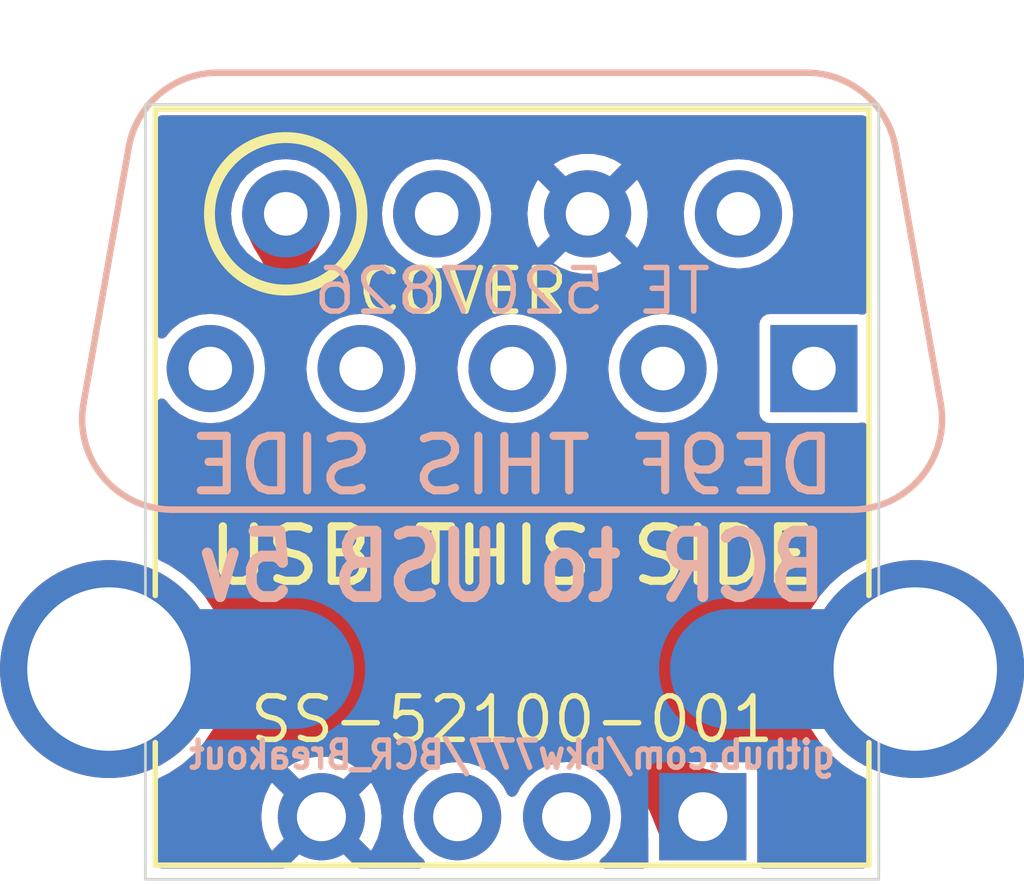
<source format=kicad_pcb>
(kicad_pcb (version 20240108) (generator "pcbnew") (generator_version "8.0")
  (title_block (title "BCR_USB_PWR_down") (date "2025-03-23") (rev "002") (company "Brian K. White") (comment 1 "github.com/bkw777/BCR_Breakout"))
  (layers (0 "F.Cu" signal) (31 "B.Cu" signal) (34 "B.Paste" user) (35 "F.Paste" user) (36 "B.SilkS" user "B.Silkscreen") (37 "F.SilkS" user "F.Silkscreen") (38 "B.Mask" user) (39 "F.Mask" user) (44 "Edge.Cuts" user))
  (net 0 "")
  (net 1 "/+5V")
  (net 2 "/GND")
  (net 3 "Net-(CN2-PadSH)")
  (footprint "0_LOCAL:USB_A_Female_UE27AC54100_cut" (layer "F.Cu") (at 127 103.583 180)
    (property "Reference" "CN2" (hide yes))
    (property "Value" "UE27AC54100")
    (fp_line (start 6.55 10.28) (end -6.55 10.28) (stroke (width 0.1)) (layer "F.SilkS"))
    (fp_line (start 6.55 1.35) (end 6.55 10.28) (stroke (width 0.1)) (layer "F.SilkS"))
    (fp_line (start 6.55 -3.6) (end 6.55 -1.35) (stroke (width 0.1)) (layer "F.SilkS"))
    (fp_line (start -6.55 1.35) (end -6.55 10.28) (stroke (width 0.1)) (layer "F.SilkS"))
    (fp_line (start -6.55 -3.6) (end 6.55 -3.6) (stroke (width 0.1)) (layer "F.SilkS"))
    (fp_line (start -6.55 -3.6) (end -6.55 -1.35) (stroke (width 0.1)) (layer "F.SilkS"))
    (pad "1" thru_hole rect (at -3.5 -2.71 180) (size 1.6 1.6) (drill 0.9) (layers "*.Cu" "*.Mask") (net 1 "/+5V"))
    (pad "2" thru_hole circle (at -1 -2.71 180) (size 1.6 1.6) (drill 0.9) (layers "*.Cu" "*.Mask"))
    (pad "3" thru_hole circle (at 1 -2.71 180) (size 1.6 1.6) (drill 0.9) (layers "*.Cu" "*.Mask"))
    (pad "4" thru_hole circle (at 3.5 -2.71 180) (size 1.6 1.6) (drill 0.9) (layers "*.Cu" "*.Mask") (net 2 "/GND"))
    (pad "SH" thru_hole circle (at -7.4 0 180) (size 4 4) (drill 3) (layers "*.Cu" "*.Mask") (net 3 "Net-(CN2-PadSH)"))
    (pad "SH" smd oval (at -6.8 0 180) (size 4.8 2.2) (drill (offset 1.5 0)) (layers "B.Cu" "B.Paste" "B.Mask") (net 3 "Net-(CN2-PadSH)"))
    (pad "SH" smd oval (at 6.8 0 180) (size 4.8 2.2) (drill (offset -1.5 0)) (layers "B.Cu" "B.Paste" "B.Mask") (net 3 "Net-(CN2-PadSH)"))
    (pad "SH" thru_hole circle (at 7.4 0 180) (size 4 4) (drill 3) (layers "*.Cu" "*.Mask") (net 3 "Net-(CN2-PadSH)"))
  )
  (footprint "0_LOCAL:TE-5207826_cut" (layer "B.Cu") (at 127 96.647)
    (property "Reference" "CN1" (hide yes))
    (property "Value" "DB9_Female")
    (fp_line (start -7.037733 -2.638256) (end -7.86647 2.061744) (stroke (width 0.12)) (layer "B.SilkS"))
    (fp_line (start 5.402952 -4.01) (end -5.402952 -4.01) (stroke (width 0.12)) (layer "B.SilkS"))
    (fp_line (start 6.231689 4.01) (end -6.231689 4.01) (stroke (width 0.12)) (layer "B.SilkS"))
    (fp_line (start 7.037733 -2.638256) (end 7.86647 2.061744) (stroke (width 0.12)) (layer "B.SilkS"))
    (fp_arc (start -7.037733 -2.638256) (mid -6.469979 -3.621633) (end -5.402952 -4.01) (stroke (width 0.12)) (layer "B.SilkS"))
    (fp_arc (start -6.231689 4.01) (mid -7.503323 3.417028) (end -7.86647 2.061744) (stroke (width 0.12)) (layer "B.SilkS"))
    (fp_arc (start 5.402952 -4.01) (mid 6.469979 -3.621633) (end 7.037733 -2.638256) (stroke (width 0.12)) (layer "B.SilkS"))
    (fp_arc (start 7.86647 2.061744) (mid 7.503323 3.417024) (end 6.231689 4.01) (stroke (width 0.12)) (layer "B.SilkS"))
    (pad "1" thru_hole rect (at 5.54 1.42) (size 1.6 1.6) (drill 0.8) (layers "*.Cu" "*.Mask"))
    (pad "2" thru_hole circle (at 2.77 1.42) (size 1.6 1.6) (drill 0.8) (layers "*.Cu" "*.Mask"))
    (pad "3" thru_hole circle (at 0 1.420001) (size 1.6 1.6) (drill 0.8) (layers "*.Cu" "*.Mask"))
    (pad "4" thru_hole circle (at -2.77 1.42) (size 1.6 1.6) (drill 0.8) (layers "*.Cu" "*.Mask"))
    (pad "5" thru_hole circle (at -5.54 1.42) (size 1.6 1.6) (drill 0.8) (layers "*.Cu" "*.Mask"))
    (pad "6" thru_hole circle (at 4.155 -1.42) (size 1.6 1.6) (drill 0.8) (layers "*.Cu" "*.Mask"))
    (pad "7" thru_hole circle (at 1.385 -1.420001) (size 1.6 1.6) (drill 0.8) (layers "*.Cu" "*.Mask") (net 2 "/GND"))
    (pad "8" thru_hole circle (at -1.385 -1.420001) (size 1.6 1.6) (drill 0.8) (layers "*.Cu" "*.Mask"))
    (pad "9" thru_hole circle (at -4.155 -1.42) (size 1.6 1.6) (drill 0.8) (layers "*.Cu" "*.Mask") (net 1 "/+5V"))
  )
  (gr_circle (center 122.845 95.227) (end 124.245 95.227) (stroke (width 0.2)) (fill none) (layer "F.SilkS"))
  (gr_rect (start 120.269 93.218) (end 133.731 107.442) (stroke (width 0.05)) (fill none) (layer "Edge.Cuts"))
  (gr_text "${COMMENT1}" (at 127 105.158 0) (layer "B.SilkS") (effects (font (size 0.5 0.45) (thickness 0.1)) (justify mirror)))
  (gr_text "TE 5207826" (at 127 96.647 0) (layer "B.SilkS") (effects (font (size 0.8 0.8) (thickness 0.1)) (justify mirror)))
  (gr_text "BCR to USB 5v" (at 127 101.708 0) (layer "B.SilkS") (effects (font (size 1.2 1) (thickness 0.2)) (justify mirror)))
  (gr_text "DE9F THIS SIDE" (at 127 99.8474 0) (layer "B.SilkS") (effects (font (size 1 1)) (justify mirror)))
  (gr_text "SS-52100-001" (at 127 104.508 0) (layer "F.SilkS") (effects (font (size 0.8 0.8) (thickness 0.1))))
  (gr_text "COVER" (at 124.1044 96.647 0) (layer "F.SilkS") (effects (font (size 0.8 0.8) (thickness 0.1)) (justify left)))
  (gr_text "USB THIS SIDE" (at 127 101.508 0) (layer "F.SilkS") (effects (font (size 1 1))))
  (segment (start 122.845 98.638) (end 130.5 106.293) (width 0.508) (layer "F.Cu") (net 1))
  (segment (start 122.845 95.227) (end 122.845 98.638) (width 0.508) (layer "F.Cu") (net 1))
  (zone (net 2) (net_name "/GND") (layers "F&B.Cu") (connect_pads (clearance 0.2)) (min_thickness 0.2) (fill yes (thermal_gap 0.3) (thermal_bridge_width 0.4) (smoothing fillet) (radius 0.1))
    (polygon (pts (xy 120.269 93.218) (xy 120.269 107.442) (xy 133.731 107.442) (xy 133.731 93.218)))
  )
)
</source>
